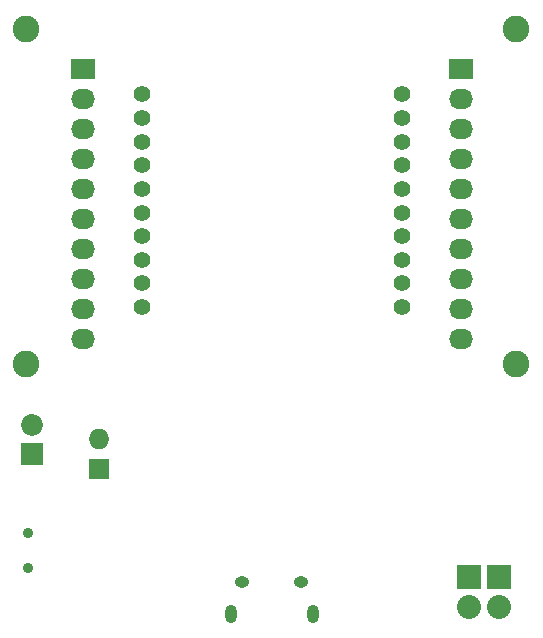
<source format=gbr>
G04 #@! TF.FileFunction,Soldermask,Bot*
%FSLAX46Y46*%
G04 Gerber Fmt 4.6, Leading zero omitted, Abs format (unit mm)*
G04 Created by KiCad (PCBNEW 4.0.4-stable) date 01/27/17 12:31:46*
%MOMM*%
%LPD*%
G01*
G04 APERTURE LIST*
%ADD10C,0.100000*%
%ADD11C,2.260600*%
%ADD12C,0.900000*%
%ADD13C,1.400000*%
%ADD14O,1.250000X0.950000*%
%ADD15O,1.000000X1.550000*%
%ADD16R,1.850000X1.850000*%
%ADD17C,1.850000*%
%ADD18R,2.032000X1.727200*%
%ADD19O,2.032000X1.727200*%
%ADD20R,2.032000X2.032000*%
%ADD21O,2.032000X2.032000*%
%ADD22R,1.727200X1.727200*%
%ADD23O,1.727200X1.727200*%
G04 APERTURE END LIST*
D10*
D11*
X128200000Y-71600000D03*
D12*
X128325000Y-114290000D03*
X128325000Y-117290000D03*
D13*
X160000000Y-77160000D03*
X160000000Y-79160000D03*
X160000000Y-81160000D03*
X160000000Y-83160000D03*
X160000000Y-85160000D03*
X160000000Y-87160000D03*
X160000000Y-89160000D03*
X160000000Y-91160000D03*
X160000000Y-93160000D03*
X160000000Y-95160000D03*
X138000000Y-95160000D03*
X138000000Y-93160000D03*
X138000000Y-91160000D03*
X138000000Y-89160000D03*
X138000000Y-87160000D03*
X138000000Y-85160000D03*
X138000000Y-83160000D03*
X138000000Y-81160000D03*
X138000000Y-79160000D03*
X138000000Y-77160000D03*
D14*
X146499100Y-118420000D03*
X151499100Y-118420000D03*
D15*
X145499100Y-121120000D03*
X152499100Y-121120000D03*
D16*
X128680000Y-107610000D03*
D17*
X128680000Y-105110000D03*
D18*
X133000000Y-75000000D03*
D19*
X133000000Y-77540000D03*
X133000000Y-80080000D03*
X133000000Y-82620000D03*
X133000000Y-85160000D03*
X133000000Y-87700000D03*
X133000000Y-90240000D03*
X133000000Y-92780000D03*
X133000000Y-95320000D03*
X133000000Y-97860000D03*
D20*
X168240000Y-118000000D03*
D21*
X168240000Y-120540000D03*
D20*
X165700000Y-118000000D03*
D21*
X165700000Y-120540000D03*
D18*
X165000000Y-75000000D03*
D19*
X165000000Y-77540000D03*
X165000000Y-80080000D03*
X165000000Y-82620000D03*
X165000000Y-85160000D03*
X165000000Y-87700000D03*
X165000000Y-90240000D03*
X165000000Y-92780000D03*
X165000000Y-95320000D03*
X165000000Y-97860000D03*
D22*
X134360000Y-108910000D03*
D23*
X134360000Y-106370000D03*
D11*
X128200000Y-100000000D03*
X169700000Y-100000000D03*
X169700000Y-71600000D03*
M02*

</source>
